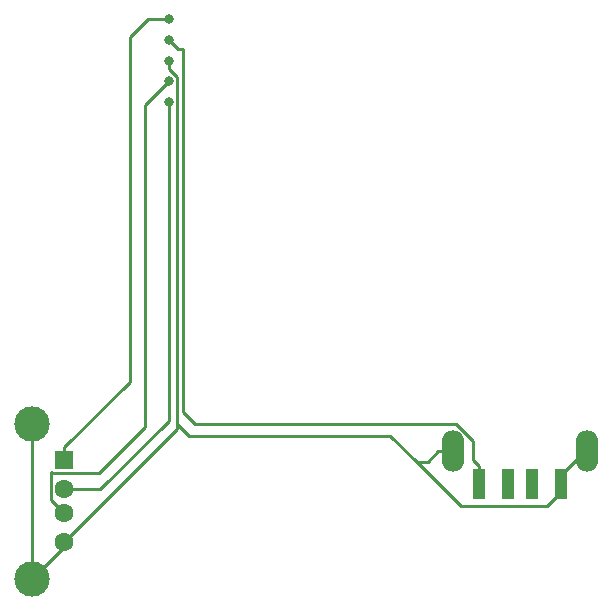
<source format=gbr>
G04 #@! TF.GenerationSoftware,KiCad,Pcbnew,5.1.4-5.1.4*
G04 #@! TF.CreationDate,2019-09-27T17:33:58+02:00*
G04 #@! TF.ProjectId,Backcover,4261636b-636f-4766-9572-2e6b69636164,rev?*
G04 #@! TF.SameCoordinates,Original*
G04 #@! TF.FileFunction,Copper,L1,Top*
G04 #@! TF.FilePolarity,Positive*
%FSLAX46Y46*%
G04 Gerber Fmt 4.6, Leading zero omitted, Abs format (unit mm)*
G04 Created by KiCad (PCBNEW 5.1.4-5.1.4) date 2019-09-27 17:33:58*
%MOMM*%
%LPD*%
G04 APERTURE LIST*
%ADD10C,3.000000*%
%ADD11R,1.600000X1.600000*%
%ADD12C,1.600000*%
%ADD13R,1.100000X2.500000*%
%ADD14O,1.900000X3.500000*%
%ADD15C,0.800000*%
%ADD16C,0.250000*%
G04 APERTURE END LIST*
D10*
X8720000Y2630000D03*
X8720000Y15770000D03*
D11*
X11430000Y12700000D03*
D12*
X11430000Y10200000D03*
X11430000Y8200000D03*
X11430000Y5700000D03*
D13*
X49000000Y10670000D03*
X51000000Y10670000D03*
X46500000Y10670000D03*
X53500000Y10670000D03*
D14*
X44300000Y13420000D03*
X55700000Y13420000D03*
D15*
X20250000Y50000000D03*
X20310000Y48250000D03*
X20250000Y46500000D03*
X20250000Y44750000D03*
X20250000Y43000000D03*
D16*
X20250000Y45823002D02*
X21000000Y45073002D01*
X20250000Y46500000D02*
X20250000Y45823002D01*
X21000000Y15270000D02*
X11430000Y5700000D01*
X21000000Y45073002D02*
X21000000Y15750000D01*
X21000000Y15750000D02*
X21000000Y15270000D01*
X53500000Y9970000D02*
X53500000Y10670000D01*
X21000000Y15750000D02*
X22000000Y14750000D01*
X22000000Y14750000D02*
X39000000Y14750000D01*
X45000000Y8750000D02*
X52280000Y8750000D01*
X52280000Y8750000D02*
X53500000Y9970000D01*
X8720000Y8410000D02*
X8720000Y2630000D01*
X8720000Y15770000D02*
X8720000Y8410000D01*
X11430000Y5340000D02*
X11430000Y5700000D01*
X8720000Y2630000D02*
X11430000Y5340000D01*
X55550000Y13420000D02*
X55700000Y13420000D01*
X53500000Y11370000D02*
X55550000Y13420000D01*
X53500000Y10670000D02*
X53500000Y11370000D01*
X42180000Y12500000D02*
X41250000Y12500000D01*
X43100000Y13420000D02*
X42180000Y12500000D01*
X44300000Y13420000D02*
X43100000Y13420000D01*
X39000000Y14750000D02*
X41250000Y12500000D01*
X41250000Y12500000D02*
X45000000Y8750000D01*
X17000000Y48500000D02*
X18500000Y50000000D01*
X17000000Y19320000D02*
X17000000Y48500000D01*
X18500000Y50000000D02*
X20250000Y50000000D01*
X11430000Y12700000D02*
X11430000Y13750000D01*
X11430000Y13750000D02*
X17000000Y19320000D01*
X11430000Y10200000D02*
X14450000Y10200000D01*
X14450000Y10200000D02*
X20250000Y16000000D01*
X20250000Y16000000D02*
X20250000Y41750000D01*
X20250000Y41750000D02*
X20250000Y43000000D01*
X19250000Y43750000D02*
X20250000Y44750000D01*
X18250000Y42750000D02*
X19250000Y43750000D01*
X10304999Y9325001D02*
X10304999Y11639999D01*
X14324999Y11574999D02*
X18250000Y15500000D01*
X18250000Y15500000D02*
X18250000Y42750000D01*
X11430000Y8200000D02*
X10304999Y9325001D01*
X10304999Y11639999D02*
X10369999Y11574999D01*
X10369999Y11574999D02*
X14324999Y11574999D01*
X46500000Y12170000D02*
X46000000Y12670000D01*
X46500000Y10670000D02*
X46500000Y12170000D01*
X46000000Y14323136D02*
X44573136Y15750000D01*
X46000000Y12670000D02*
X46000000Y14323136D01*
X44573136Y15750000D02*
X22500000Y15750000D01*
X22500000Y15750000D02*
X21500000Y16750000D01*
X21500000Y16750000D02*
X21500000Y47500000D01*
X21060000Y47500000D02*
X20310000Y48250000D01*
X21500000Y47500000D02*
X21060000Y47500000D01*
M02*

</source>
